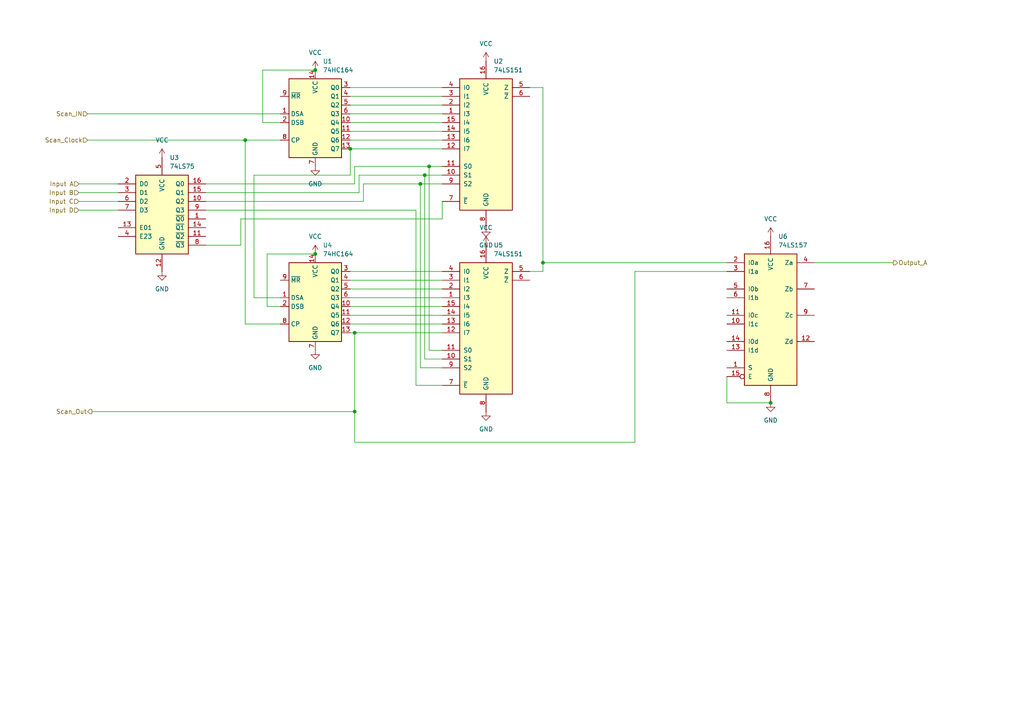
<source format=kicad_sch>
(kicad_sch (version 20231120) (generator "eeschema") (generator_version "8.0")
  (paper "A4")
  (title_block (title "Bitgrid - TTL Prototype") (rev "1"))
  (lib_symbols
    (symbol "74xx:74HC164"
      (property "Reference" "U" (at 1.905 -13.97 0))
      (property "Value" "74HC164" (at 1.905 -16.51 0))
      (symbol "74HC164_0_1"
        (rectangle (start 7.62 10.16) (end -7.62 -12.7) (stroke (width 0.254)) (fill (type background)))
      )
      (symbol "74HC164_1_1"
        (pin input line (at -10.16 0 0) (length 2.54) (name "DSA") (number "1"))
        (pin output line (at 10.16 -2.54 180) (length 2.54) (name "Q4") (number "10"))
        (pin output line (at 10.16 -5.08 180) (length 2.54) (name "Q5") (number "11"))
        (pin output line (at 10.16 -7.62 180) (length 2.54) (name "Q6") (number "12"))
        (pin output line (at 10.16 -10.16 180) (length 2.54) (name "Q7") (number "13"))
        (pin power_in line (at 0 12.7 270) (length 2.54) (name "VCC") (number "14"))
        (pin input line (at -10.16 -2.54 0) (length 2.54) (name "DSB") (number "2"))
        (pin output line (at 10.16 7.62 180) (length 2.54) (name "Q0") (number "3"))
        (pin output line (at 10.16 5.08 180) (length 2.54) (name "Q1") (number "4"))
        (pin output line (at 10.16 2.54 180) (length 2.54) (name "Q2") (number "5"))
        (pin output line (at 10.16 0 180) (length 2.54) (name "Q3") (number "6"))
        (pin power_in line (at 0 -15.24 90) (length 2.54) (name "GND") (number "7"))
        (pin input line (at -10.16 -7.62 0) (length 2.54) (name "CP") (number "8"))
        (pin input line (at -10.16 5.08 0) (length 2.54) (name "~{MR}") (number "9"))
      )
    )
    (symbol "74xx:74LS151" (pin_names (offset 1.016))
      (property "Reference" "U" (at -7.62 19.05 0))
      (property "Value" "74LS151" (at -7.62 -21.59 0))
      (symbol "74LS151_1_0"
        (pin input line (at -12.7 7.62 0) (length 5.08) (name "I3") (number "1"))
        (pin input line (at -12.7 -10.16 0) (length 5.08) (name "S1") (number "10"))
        (pin input line (at -12.7 -7.62 0) (length 5.08) (name "S0") (number "11"))
        (pin input line (at -12.7 -2.54 0) (length 5.08) (name "I7") (number "12"))
        (pin input line (at -12.7 0 0) (length 5.08) (name "I6") (number "13"))
        (pin input line (at -12.7 2.54 0) (length 5.08) (name "I5") (number "14"))
        (pin input line (at -12.7 5.08 0) (length 5.08) (name "I4") (number "15"))
        (pin power_in line (at 0 22.86 270) (length 5.08) (name "VCC") (number "16"))
        (pin input line (at -12.7 10.16 0) (length 5.08) (name "I2") (number "2"))
        (pin input line (at -12.7 12.7 0) (length 5.08) (name "I1") (number "3"))
        (pin input line (at -12.7 15.24 0) (length 5.08) (name "I0") (number "4"))
        (pin output line (at 12.7 15.24 180) (length 5.08) (name "Z") (number "5"))
        (pin output line (at 12.7 12.7 180) (length 5.08) (name "~{Z}") (number "6"))
        (pin input line (at -12.7 -17.78 0) (length 5.08) (name "~{E}") (number "7"))
        (pin power_in line (at 0 -25.4 90) (length 5.08) (name "GND") (number "8"))
        (pin input line (at -12.7 -12.7 0) (length 5.08) (name "S2") (number "9"))
      )
      (symbol "74LS151_1_1"
        (rectangle (start -7.62 17.78) (end 7.62 -20.32) (stroke (width 0.254)) (fill (type background)))
      )
    )
    (symbol "74xx:74LS157" (pin_names (offset 1.016))
      (property "Reference" "U" (at -7.62 19.05 0))
      (property "Value" "74LS157" (at -7.62 -21.59 0))
      (symbol "74LS157_1_0"
        (pin input line (at -12.7 -15.24 0) (length 5.08) (name "S") (number "1"))
        (pin input line (at -12.7 -2.54 0) (length 5.08) (name "I1c") (number "10"))
        (pin input line (at -12.7 0 0) (length 5.08) (name "I0c") (number "11"))
        (pin output line (at 12.7 -7.62 180) (length 5.08) (name "Zd") (number "12"))
        (pin input line (at -12.7 -10.16 0) (length 5.08) (name "I1d") (number "13"))
        (pin input line (at -12.7 -7.62 0) (length 5.08) (name "I0d") (number "14"))
        (pin input inverted (at -12.7 -17.78 0) (length 5.08) (name "E") (number "15"))
        (pin power_in line (at 0 22.86 270) (length 5.08) (name "VCC") (number "16"))
        (pin input line (at -12.7 15.24 0) (length 5.08) (name "I0a") (number "2"))
        (pin input line (at -12.7 12.7 0) (length 5.08) (name "I1a") (number "3"))
        (pin output line (at 12.7 15.24 180) (length 5.08) (name "Za") (number "4"))
        (pin input line (at -12.7 7.62 0) (length 5.08) (name "I0b") (number "5"))
        (pin input line (at -12.7 5.08 0) (length 5.08) (name "I1b") (number "6"))
        (pin output line (at 12.7 7.62 180) (length 5.08) (name "Zb") (number "7"))
        (pin power_in line (at 0 -25.4 90) (length 5.08) (name "GND") (number "8"))
        (pin output line (at 12.7 0 180) (length 5.08) (name "Zc") (number "9"))
      )
      (symbol "74LS157_1_1"
        (rectangle (start -7.62 17.78) (end 7.62 -20.32) (stroke (width 0.254)) (fill (type background)))
      )
    )
    (symbol "74xx:74LS75" (pin_names (offset 1.016))
      (property "Reference" "U" (at -7.62 11.43 0))
      (property "Value" "74LS75" (at -7.62 -13.97 0))
      (symbol "74LS75_1_0"
        (pin output line (at 12.7 -2.54 180) (length 5.08) (name "~{Q0}") (number "1"))
        (pin output line (at 12.7 2.54 180) (length 5.08) (name "Q2") (number "10"))
        (pin output line (at 12.7 -7.62 180) (length 5.08) (name "~{Q2}") (number "11"))
        (pin power_in line (at 0 -17.78 90) (length 5.08) (name "GND") (number "12"))
        (pin input line (at -12.7 -5.08 0) (length 5.08) (name "E01") (number "13"))
        (pin output line (at 12.7 -5.08 180) (length 5.08) (name "~{Q1}") (number "14"))
        (pin output line (at 12.7 5.08 180) (length 5.08) (name "Q1") (number "15"))
        (pin output line (at 12.7 7.62 180) (length 5.08) (name "Q0") (number "16"))
        (pin input line (at -12.7 7.62 0) (length 5.08) (name "D0") (number "2"))
        (pin input line (at -12.7 5.08 0) (length 5.08) (name "D1") (number "3"))
        (pin input line (at -12.7 -7.62 0) (length 5.08) (name "E23") (number "4"))
        (pin power_in line (at 0 15.24 270) (length 5.08) (name "VCC") (number "5"))
        (pin input line (at -12.7 2.54 0) (length 5.08) (name "D2") (number "6"))
        (pin input line (at -12.7 0 0) (length 5.08) (name "D3") (number "7"))
        (pin output line (at 12.7 -10.16 180) (length 5.08) (name "~{Q3}") (number "8"))
        (pin output line (at 12.7 0 180) (length 5.08) (name "Q3") (number "9"))
      )
      (symbol "74LS75_1_1"
        (rectangle (start -7.62 10.16) (end 7.62 -12.7) (stroke (width 0.254)) (fill (type background)))
      )
    )
    (symbol "power:GND" (power) (pin_numbers hide) (pin_names (offset 0) hide)
      (property "Value" "GND" (at 0 -3.81 0))
      (symbol "GND_0_1"
        (polyline (pts (xy 0 0) (xy 0 -1.27) (xy 1.27 -1.27) (xy 0 -2.54) (xy -1.27 -1.27) (xy 0 -1.27)))
      )
      (symbol "GND_1_1"
        (pin power_in line (at 0 0 270) (length 0) (name "~") (number "1"))
      )
    )
    (symbol "power:VCC" (power) (pin_numbers hide) (pin_names (offset 0) hide)
      (property "Value" "VCC" (at 0 3.556 0))
      (symbol "VCC_0_1"
        (polyline (pts (xy -0.762 1.27) (xy 0 2.54)))
        (polyline (pts (xy 0 0) (xy 0 2.54)))
        (polyline (pts (xy 0 2.54) (xy 0.762 1.27)))
      )
      (symbol "VCC_1_1"
        (pin power_in line (at 0 0 90) (length 0) (name "~") (number "1"))
      )
    )
  )
  (junction (at 101.6 43.18))
  (junction (at 102.87 119.38))
  (junction (at 123.19 50.8))
  (junction (at 157.48 76.2))
  (junction (at 71.12 40.64))
  (junction (at 124.46 48.26))
  (junction (at 102.87 96.52))
  (junction (at 121.92 53.34))
  (junction (at 223.52 116.84))
  (junction (at 91.44 20.32))
  (junction (at 91.44 73.66))
  (wire (pts (xy 153.67 25.4) (xy 157.48 25.4)))
  (wire (pts (xy 102.87 96.52) (xy 128.27 96.52)))
  (wire (pts (xy 210.82 116.84) (xy 223.52 116.84)))
  (wire (pts (xy 22.86 58.42) (xy 34.29 58.42)))
  (wire (pts (xy 101.6 50.8) (xy 101.6 43.18)))
  (wire (pts (xy 210.82 109.22) (xy 210.82 116.84)))
  (wire (pts (xy 102.87 119.38) (xy 102.87 128.27)))
  (wire (pts (xy 22.86 53.34) (xy 34.29 53.34)))
  (wire (pts (xy 153.67 78.74) (xy 157.48 78.74)))
  (wire (pts (xy 77.47 73.66) (xy 77.47 88.9)))
  (wire (pts (xy 102.87 48.26) (xy 124.46 48.26)))
  (wire (pts (xy 71.12 93.98) (xy 81.28 93.98)))
  (wire (pts (xy 123.19 104.14) (xy 123.19 50.8)))
  (wire (pts (xy 71.12 40.64) (xy 81.28 40.64)))
  (wire (pts (xy 59.69 58.42) (xy 105.41 58.42)))
  (wire (pts (xy 101.6 27.94) (xy 128.27 27.94)))
  (wire (pts (xy 102.87 119.38) (xy 26.67 119.38)))
  (wire (pts (xy 157.48 76.2) (xy 210.82 76.2)))
  (wire (pts (xy 120.65 60.96) (xy 120.65 111.76)))
  (wire (pts (xy 101.6 86.36) (xy 128.27 86.36)))
  (wire (pts (xy 105.41 58.42) (xy 105.41 53.34)))
  (wire (pts (xy 69.85 71.12) (xy 69.85 63.5)))
  (wire (pts (xy 69.85 63.5) (xy 128.27 63.5)))
  (wire (pts (xy 25.4 33.02) (xy 81.28 33.02)))
  (wire (pts (xy 184.15 78.74) (xy 210.82 78.74)))
  (wire (pts (xy 81.28 35.56) (xy 76.2 35.56)))
  (wire (pts (xy 25.4 40.64) (xy 71.12 40.64)))
  (wire (pts (xy 124.46 48.26) (xy 128.27 48.26)))
  (wire (pts (xy 102.87 128.27) (xy 184.15 128.27)))
  (wire (pts (xy 101.6 35.56) (xy 128.27 35.56)))
  (wire (pts (xy 123.19 50.8) (xy 128.27 50.8)))
  (wire (pts (xy 102.87 53.34) (xy 102.87 48.26)))
  (wire (pts (xy 101.6 88.9) (xy 128.27 88.9)))
  (wire (pts (xy 102.87 96.52) (xy 102.87 119.38)))
  (wire (pts (xy 101.6 25.4) (xy 128.27 25.4)))
  (wire (pts (xy 121.92 106.68) (xy 128.27 106.68)))
  (wire (pts (xy 22.86 55.88) (xy 34.29 55.88)))
  (wire (pts (xy 73.66 86.36) (xy 73.66 50.8)))
  (wire (pts (xy 59.69 60.96) (xy 120.65 60.96)))
  (wire (pts (xy 101.6 33.02) (xy 128.27 33.02)))
  (wire (pts (xy 121.92 53.34) (xy 128.27 53.34)))
  (wire (pts (xy 157.48 78.74) (xy 157.48 76.2)))
  (wire (pts (xy 101.6 96.52) (xy 102.87 96.52)))
  (wire (pts (xy 121.92 53.34) (xy 121.92 106.68)))
  (wire (pts (xy 76.2 20.32) (xy 91.44 20.32)))
  (wire (pts (xy 120.65 111.76) (xy 128.27 111.76)))
  (wire (pts (xy 124.46 101.6) (xy 128.27 101.6)))
  (wire (pts (xy 59.69 71.12) (xy 69.85 71.12)))
  (wire (pts (xy 101.6 78.74) (xy 128.27 78.74)))
  (wire (pts (xy 101.6 91.44) (xy 128.27 91.44)))
  (wire (pts (xy 91.44 73.66) (xy 77.47 73.66)))
  (wire (pts (xy 101.6 40.64) (xy 128.27 40.64)))
  (wire (pts (xy 77.47 88.9) (xy 81.28 88.9)))
  (wire (pts (xy 104.14 50.8) (xy 123.19 50.8)))
  (wire (pts (xy 128.27 104.14) (xy 123.19 104.14)))
  (wire (pts (xy 81.28 86.36) (xy 73.66 86.36)))
  (wire (pts (xy 101.6 43.18) (xy 128.27 43.18)))
  (wire (pts (xy 105.41 53.34) (xy 121.92 53.34)))
  (wire (pts (xy 59.69 55.88) (xy 104.14 55.88)))
  (wire (pts (xy 128.27 63.5) (xy 128.27 58.42)))
  (wire (pts (xy 157.48 76.2) (xy 157.48 25.4)))
  (wire (pts (xy 104.14 55.88) (xy 104.14 50.8)))
  (wire (pts (xy 124.46 48.26) (xy 124.46 101.6)))
  (wire (pts (xy 59.69 53.34) (xy 102.87 53.34)))
  (wire (pts (xy 101.6 38.1) (xy 128.27 38.1)))
  (wire (pts (xy 71.12 40.64) (xy 71.12 93.98)))
  (wire (pts (xy 101.6 30.48) (xy 128.27 30.48)))
  (wire (pts (xy 101.6 93.98) (xy 128.27 93.98)))
  (wire (pts (xy 236.22 76.2) (xy 259.08 76.2)))
  (wire (pts (xy 22.86 60.96) (xy 34.29 60.96)))
  (wire (pts (xy 73.66 50.8) (xy 101.6 50.8)))
  (wire (pts (xy 101.6 81.28) (xy 128.27 81.28)))
  (wire (pts (xy 76.2 35.56) (xy 76.2 20.32)))
  (wire (pts (xy 184.15 128.27) (xy 184.15 78.74)))
  (wire (pts (xy 101.6 83.82) (xy 128.27 83.82)))
  (hierarchical_label "Input D" (shape input) (at 22.86 60.96 180))
  (hierarchical_label "Scan_IN" (shape input) (at 25.4 33.02 180))
  (hierarchical_label "Input A" (shape input) (at 22.86 53.34 180))
  (hierarchical_label "Scan_Clock" (shape input) (at 25.4 40.64 180))
  (hierarchical_label "Input B" (shape input) (at 22.86 55.88 180))
  (hierarchical_label "Scan_Out" (shape output) (at 26.67 119.38 180))
  (hierarchical_label "Input C" (shape input) (at 22.86 58.42 180))
  (hierarchical_label "Output_A" (shape output) (at 259.08 76.2 0))
  (symbol (lib_id "74xx:74HC164") (at 91.44 33.02 0) (unit 1)
    (property "Reference" "U1" (at 93.6341 17.78 0) (effects (justify left)))
    (property "Value" "74HC164" (at 93.6341 20.32 0) (effects (justify left)))
    (property "Datasheet" "https://assets.nexperia.com/documents/data-sheet/74HC_HCT164.pdf" (effects (hide yes)))
  )
  (symbol (lib_id "power:GND") (at 140.97 119.38 0) (unit 1)
    (property "Reference" "#PWR09" (effects (hide yes)))
    (property "Value" "GND" (at 140.97 124.46 0))
    (property "Description" "Power symbol creates a global label with name \"GND\" , ground" (effects (hide yes)))
  )
  (symbol (lib_id "power:GND") (at 91.44 48.26 0) (unit 1)
    (property "Reference" "#PWR011" (effects (hide yes)))
    (property "Value" "GND" (at 91.44 53.34 0))
    (property "Description" "Power symbol creates a global label with name \"GND\" , ground" (effects (hide yes)))
  )
  (symbol (lib_id "power:GND") (at 223.52 116.84 0) (unit 1)
    (property "Reference" "#PWR012" (effects (hide yes)))
    (property "Value" "GND" (at 223.52 121.92 0))
    (property "Description" "Power symbol creates a global label with name \"GND\" , ground" (effects (hide yes)))
  )
  (symbol (lib_id "power:GND") (at 140.97 66.04 0) (unit 1)
    (property "Reference" "#PWR010" (effects (hide yes)))
    (property "Value" "GND" (at 140.97 71.12 0))
    (property "Description" "Power symbol creates a global label with name \"GND\" , ground" (effects (hide yes)))
  )
  (symbol (lib_id "power:VCC") (at 46.99 45.72 0) (unit 1)
    (property "Reference" "#PWR03" (effects (hide yes)))
    (property "Value" "VCC" (at 46.99 40.64 0))
    (property "Description" "Power symbol creates a global label with name \"VCC\"" (effects (hide yes)))
  )
  (symbol (lib_id "74xx:74LS151") (at 140.97 40.64 0) (unit 1)
    (property "Reference" "U2" (at 143.1641 17.78 0) (effects (justify left)))
    (property "Value" "74LS151" (at 143.1641 20.32 0) (effects (justify left)))
    (property "Datasheet" "http://www.ti.com/lit/gpn/sn74LS151" (effects (hide yes)))
  )
  (symbol (lib_id "power:VCC") (at 140.97 17.78 0) (unit 1)
    (property "Reference" "#PWR01" (effects (hide yes)))
    (property "Value" "VCC" (at 140.97 12.7 0))
    (property "Description" "Power symbol creates a global label with name \"VCC\"" (effects (hide yes)))
  )
  (symbol (lib_id "power:VCC") (at 140.97 71.12 0) (unit 1)
    (property "Reference" "#PWR05" (effects (hide yes)))
    (property "Value" "VCC" (at 140.97 66.04 0))
    (property "Description" "Power symbol creates a global label with name \"VCC\"" (effects (hide yes)))
  )
  (symbol (lib_id "74xx:74HC164") (at 91.44 86.36 0) (unit 1)
    (property "Reference" "U4" (at 93.6341 71.12 0) (effects (justify left)))
    (property "Value" "74HC164" (at 93.6341 73.66 0) (effects (justify left)))
    (property "Datasheet" "https://assets.nexperia.com/documents/data-sheet/74HC_HCT164.pdf" (effects (hide yes)))
  )
  (symbol (lib_id "74xx:74LS157") (at 223.52 91.44 0) (unit 1)
    (property "Reference" "U6" (at 225.7141 68.58 0) (effects (justify left)))
    (property "Value" "74LS157" (at 225.7141 71.12 0) (effects (justify left)))
    (property "Datasheet" "http://www.ti.com/lit/gpn/sn74LS157" (effects (hide yes)))
    (property "Description" "Quad 2 to 1 line Multiplexer" (effects (hide yes)))
  )
  (symbol (lib_id "74xx:74LS151") (at 140.97 93.98 0) (unit 1)
    (property "Reference" "U5" (at 143.1641 71.12 0) (effects (justify left)))
    (property "Value" "74LS151" (at 143.1641 73.66 0) (effects (justify left)))
    (property "Datasheet" "http://www.ti.com/lit/gpn/sn74LS151" (effects (hide yes)))
  )
  (symbol (lib_id "power:VCC") (at 91.44 20.32 0) (unit 1)
    (property "Reference" "#PWR02" (effects (hide yes)))
    (property "Value" "VCC" (at 91.44 15.24 0))
    (property "Description" "Power symbol creates a global label with name \"VCC\"" (effects (hide yes)))
  )
  (symbol (lib_id "power:GND") (at 91.44 101.6 0) (unit 1)
    (property "Reference" "#PWR08" (effects (hide yes)))
    (property "Value" "GND" (at 91.44 106.68 0))
    (property "Description" "Power symbol creates a global label with name \"GND\" , ground" (effects (hide yes)))
  )
  (symbol (lib_id "power:GND") (at 46.99 78.74 0) (unit 1)
    (property "Reference" "#PWR07" (effects (hide yes)))
    (property "Value" "GND" (at 46.99 83.82 0))
    (property "Description" "Power symbol creates a global label with name \"GND\" , ground" (effects (hide yes)))
  )
  (symbol (lib_id "74xx:74LS75") (at 46.99 60.96 0) (unit 1)
    (property "Reference" "U3" (at 49.1841 45.72 0) (effects (justify left)))
    (property "Value" "74LS75" (at 49.1841 48.26 0) (effects (justify left)))
    (property "Datasheet" "http://www.ti.com/lit/gpn/sn74LS75" (effects (hide yes)))
  )
  (symbol (lib_id "power:VCC") (at 91.44 73.66 0) (unit 1)
    (property "Reference" "#PWR04" (effects (hide yes)))
    (property "Value" "VCC" (at 91.44 68.58 0))
    (property "Description" "Power symbol creates a global label with name \"VCC\"" (effects (hide yes)))
  )
  (symbol (lib_id "power:VCC") (at 223.52 68.58 0) (unit 1)
    (property "Reference" "#PWR06" (effects (hide yes)))
    (property "Value" "VCC" (at 223.52 63.5 0))
    (property "Description" "Power symbol creates a global label with name \"VCC\"" (effects (hide yes)))
  )
)
</source>
